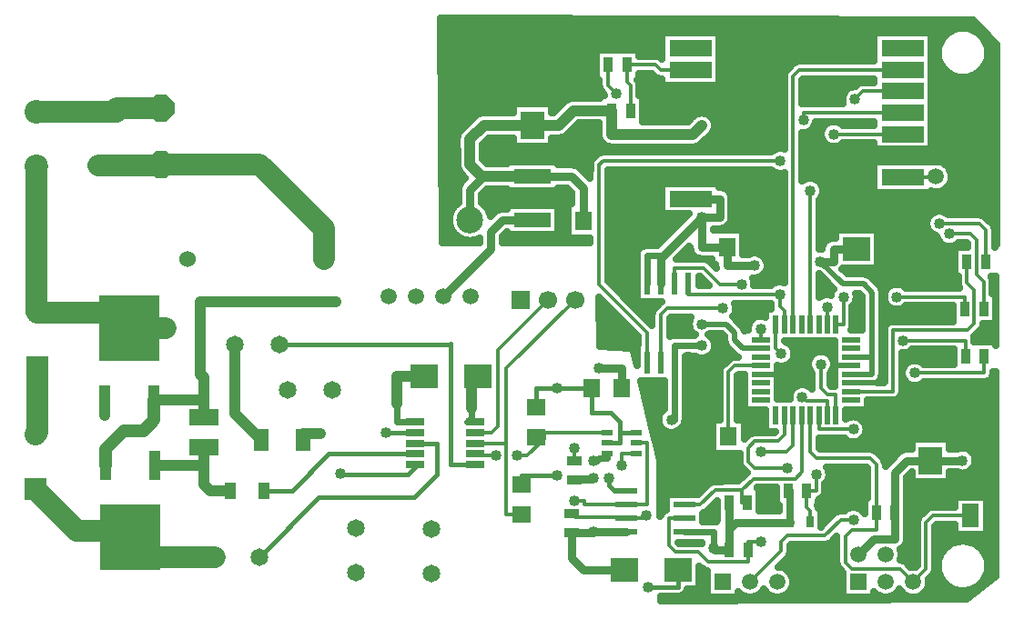
<source format=gbr>
G04 DipTrace 3.2.0.1*
G04 Top.gbr*
%MOMM*%
G04 #@! TF.FileFunction,Copper,L1,Top*
G04 #@! TF.Part,Single*
%AMOUTLINE0*
4,1,8,
1.25,0.51767,
0.51767,1.25,
-0.51767,1.25,
-1.25,0.51767,
-1.25,-0.51767,
-0.51767,-1.25,
0.51767,-1.25,
1.25,-0.51767,
1.25,0.51767,
0*%
G04 #@! TA.AperFunction,Conductor*
%ADD13C,2.0*%
%ADD14C,0.3*%
%ADD15C,0.6*%
%ADD16C,0.8*%
%ADD17C,0.65*%
%ADD18C,0.5*%
%ADD19C,1.0*%
%ADD20C,1.2*%
%ADD21C,0.4*%
G04 #@! TA.AperFunction,CopperBalancing*
%ADD22C,0.635*%
%ADD23R,2.6X2.2*%
%ADD24R,2.2X2.6*%
%ADD25R,1.6X1.8*%
%ADD26R,2.7X1.6*%
%ADD27R,1.8X1.6*%
%ADD29R,0.85X1.4*%
%ADD31R,1.4X2.1*%
G04 #@! TA.AperFunction,ComponentPad*
%ADD32C,2.2*%
%ADD33R,1.5X1.5*%
%ADD34C,1.5*%
%ADD35R,1.7X1.7*%
%ADD36C,1.7*%
%ADD38R,2.032X2.032*%
%ADD39C,2.032*%
%ADD40R,3.4X1.4*%
G04 #@! TA.AperFunction,ComponentPad*
%ADD41C,1.5*%
%ADD43R,1.0X2.75*%
%ADD44R,5.55X6.15*%
%ADD48R,1.4X0.85*%
G04 #@! TA.AperFunction,ComponentPad*
%ADD49C,1.65*%
%ADD50R,1.0X1.5*%
G04 #@! TA.AperFunction,ComponentPad*
%ADD51C,1.524*%
%ADD52C,1.524*%
%ADD53R,1.6X2.18*%
%ADD54R,4.0X1.5*%
%ADD56R,1.7X0.5*%
%ADD57R,0.5X1.7*%
%ADD58R,0.6X2.0*%
%ADD59R,2.0X0.6*%
%ADD61R,1.1X0.6*%
%ADD63R,0.65X1.05*%
%ADD64R,1.75X0.65*%
G04 #@! TA.AperFunction,ComponentPad*
%ADD67C,2.5*%
%ADD68R,2.5X2.5*%
G04 #@! TA.AperFunction,ViaPad*
%ADD69C,1.016*%
G04 #@! TA.AperFunction,ComponentPad*
%ADD150OUTLINE0*%
%FSLAX35Y35*%
G04*
G71*
G90*
G75*
G01*
G04 Top*
%LPD*%
X-5097703Y4837733D2*
D13*
Y4822980D1*
X-5683063D1*
X-5097703Y4837733D2*
X-4186027D1*
X-3587750Y4239457D1*
Y3952873D1*
X1795860Y4715710D2*
D14*
X2101227D1*
X2105953Y4720437D1*
X-735540Y5336813D2*
Y5569273D1*
X-769207Y5602940D1*
Y5761093D1*
X-501847D1*
X-456463Y5715710D1*
X-174140D1*
X-232663Y1790763D2*
D15*
X-414970D1*
Y2211507D1*
X-324970Y2301507D1*
X-102797D1*
X32210Y2854340D2*
X-197977D1*
Y2985997D1*
X1868907Y4043017D2*
D16*
X1579710Y4043020D1*
X445310Y4062933D2*
X445320Y4400720D1*
X-2227703Y5880733D2*
X-2032703D1*
X-1851890Y5699920D1*
X-1646333D1*
X1795860Y4915710D2*
X1450420D1*
X2057560Y2577313D2*
Y2328120D1*
X886030Y943510D2*
D17*
Y1081020D1*
X841983Y1125067D1*
Y1279693D1*
X1316850Y2959350D2*
D18*
X1146880D1*
Y2854340D1*
X-102797Y2301507D2*
D16*
Y2336040D1*
X-485830D1*
X667660Y2854340D2*
D18*
X642650Y2879350D1*
X476850D1*
X1579710Y4043020D2*
Y3906600D1*
X1636860Y3849450D1*
Y2799350D1*
X1316850D1*
X-796620Y4519860D2*
D16*
X-726620D1*
X-675820Y4469060D1*
Y4309057D1*
X-892250D1*
X445320Y4400720D2*
X185330Y4660710D1*
X-655770D1*
X-796620Y4519860D1*
X1457983Y4408283D2*
X1490420Y4440720D1*
X1795860D1*
Y4515710D1*
X1450420Y4915710D2*
X1329620Y4794910D1*
Y4536647D1*
X1457983Y4408283D1*
X2057560Y2328120D2*
X2237560D1*
Y2481720D1*
X2429220D1*
X-70970Y3146000D2*
D15*
X-324977D1*
Y2985997D1*
X-70970Y3347600D2*
D18*
X152830D1*
X232830Y3267600D1*
Y3199350D1*
X312830Y3119350D1*
X476850D1*
X-232663Y1409763D2*
D15*
X34040D1*
Y1258520D1*
X-70970Y5196820D2*
D19*
X-152570Y5115220D1*
X-910540D1*
Y5336813D1*
X-578977Y3725997D2*
D15*
Y3986000D1*
X-451977D1*
Y3725997D1*
X1316850Y3039350D2*
D18*
X1510317D1*
Y3643283D1*
X1431850Y3721750D1*
X1242850D1*
X1032660Y3931940D1*
X-70970Y4343740D2*
D16*
X95860D1*
Y4515710D1*
X-174140D1*
X1510317Y3039350D2*
D18*
Y2879350D1*
X1316850D1*
X-324977Y2985997D2*
D15*
Y2456840D1*
X-354970D1*
X746983Y1509693D2*
D16*
Y1498020D1*
X240913D1*
X180913Y1438020D1*
Y1498020D1*
X178217D1*
Y1685833D1*
X730420Y1793363D2*
D17*
X746983D1*
Y1509693D1*
X180913Y1248000D2*
D16*
Y1438020D1*
X34040Y1258520D2*
X44560Y1248000D1*
X180913D1*
X-1644097Y4725067D2*
X-1282260D1*
X-1172250Y4615057D1*
Y4309057D1*
X-2227700Y5069930D2*
D19*
Y4835070D1*
X-2110497Y4717867D1*
X-2117697Y4725067D1*
X-1644097D1*
X-1646333Y5199920D2*
X-2097710D1*
X-2227700Y5069930D1*
X-910540Y5336813D2*
X-1267197D1*
X-1404090Y5199920D1*
X-1646333D1*
X1727130Y1592193D2*
D16*
Y1344330D1*
X1532063D1*
X1387060Y1199327D1*
X2057560Y2077313D2*
X1837140D1*
X1727130Y1967303D1*
Y1592193D1*
X2353260Y2077310D2*
X2057560Y2077313D1*
X165310Y4062933D2*
Y3892130D1*
X418850D1*
X-70970Y4343740D2*
Y4062933D1*
X165310D1*
X-451977Y3725997D2*
Y3962733D1*
X-70970Y4343740D1*
X1032660Y3931940D2*
X1153460D1*
Y4043017D1*
X1368907D1*
X-2227703Y4317733D2*
Y4600660D1*
X-2110497Y4717867D1*
X476850Y2959350D2*
D14*
X237213D1*
X177203Y2899340D1*
Y2301507D1*
X476860Y3305150D2*
X476850Y3199350D1*
X296580Y3720150D2*
X95740D1*
X-55110Y3871000D1*
X-324977D1*
Y3725997D1*
X1158020Y5115710D2*
X1795860D1*
X2429220Y1561720D2*
X2075070D1*
X2015070Y1501720D1*
Y1065337D1*
X1895060Y945327D1*
X1552130Y1592193D2*
Y2039970D1*
X1492130Y2099970D1*
X996860D1*
X936850Y2159980D1*
Y2499350D1*
X1895060Y945327D2*
X1775057Y1065330D1*
X1327060D1*
X1267060Y1125330D1*
Y1369330D1*
X1327060Y1429330D1*
X1552130D1*
Y1592193D1*
X696850Y3339350D2*
Y3469350D1*
X652840Y3513360D1*
Y3624350D1*
X1354620Y5440710D2*
X1429620Y5515710D1*
X1795860D1*
X652840Y3624350D2*
X-197977D1*
Y3725997D1*
X127030Y3494200D2*
X-391970D1*
X-451977Y3434193D1*
Y2985997D1*
X667660Y3070940D2*
X616850Y3121750D1*
Y3339350D1*
X872660Y5247320D2*
Y5315710D1*
X1795860D1*
Y5715710D2*
X836860D1*
X776850Y5655700D1*
Y3339350D1*
X936850D2*
Y4589507D1*
X659540Y4866817D2*
X199897D1*
X202093Y4869013D1*
X-987250D1*
X-1026723Y4829540D1*
Y3715273D1*
X-578977Y3267527D1*
Y2985997D1*
X479220Y1317200D2*
X355913D1*
Y1248000D1*
X479220Y2159970D2*
X716850D1*
X776850Y2219970D1*
Y2499350D1*
X355913Y1248000D2*
Y1133000D1*
X-14940D1*
X-105550Y1223610D1*
X-317670D1*
X-377670Y1283610D1*
Y1536763D1*
X-232663D1*
Y1663763D2*
X-84867D1*
X52210Y1800840D1*
X302210D1*
X409740Y1908370D1*
X796850D1*
X856850Y1968370D1*
Y2499350D1*
X353217Y1685833D2*
X302210D1*
Y1800840D1*
X-865010Y5490300D2*
X-944207Y5569497D1*
Y5761093D1*
X1036850Y2975140D2*
Y2749350D1*
X1096850Y2689350D1*
X1176850D1*
Y2499350D1*
X-591860Y1567960D2*
Y1544277D1*
X-772663D1*
Y1536763D1*
X-815820Y2034430D2*
Y2145240D1*
X-681630D1*
X-772663Y1536763D2*
Y1551837D1*
X-1244970D1*
X-1272470Y1579337D1*
X-1278757D1*
X-1257030Y1702640D2*
X-1163750D1*
Y1663763D1*
X-772663D1*
X-1257030Y2069413D2*
Y2192720D1*
X-772663Y1663763D2*
X-581620D1*
Y2240240D1*
X-681630D1*
X-5618723Y2035410D2*
D20*
Y2183707D1*
X-5445613Y2356817D1*
X-5262187D1*
X-5166323Y2452680D1*
Y2641157D1*
D19*
X-4703653D1*
Y2849073D1*
X-4732830Y2878250D1*
Y3556000D1*
X-3476627D1*
X-1612163Y2575920D2*
D21*
Y2753980D1*
X-1418590D1*
X-4703653Y2641157D2*
D19*
Y2482213D1*
X-1418590Y1934540D2*
D21*
X-1744957D1*
Y1854537D1*
X-2177927Y2438583D2*
D15*
X-2254470D1*
X-2211640Y2481413D1*
Y2566570D1*
X-569750Y900340D2*
D21*
X-290550D1*
Y1058607D1*
X-936340Y1911570D2*
Y1841563D1*
X-885540Y1790763D1*
X-772663D1*
X-1094383Y2753980D2*
Y2518590D1*
X-916620D1*
X-836620Y2438590D1*
Y2335230D1*
Y2240240D1*
X-951630D1*
X-1418590Y2753980D2*
X-1094383D1*
X-681630Y2335240D2*
X-836620Y2335230D1*
X-2211640Y2566570D2*
D19*
Y2857467D1*
X-2155280D1*
X-1025140Y2934780D2*
D16*
X-814383D1*
Y2753980D1*
X-772663Y1409763D2*
X-1077940Y1409770D1*
Y2075240D2*
D15*
X-1047940D1*
X-1027140Y2096040D1*
X-951630D1*
Y2145240D1*
X-1077940Y1913640D2*
D16*
X-1088740Y1902840D1*
X-1257030D1*
Y1894413D1*
X-1278757Y1404337D2*
Y1168610D1*
X-1168753Y1058607D1*
X-790550D1*
X-1077940Y1409770D2*
X-1083373Y1404337D1*
X-1278757D1*
X-2474510Y3605783D2*
X-2032700Y4047593D1*
Y4205060D1*
X-1922693Y4315067D1*
X-1644097D1*
X727840Y2004170D2*
D14*
X422210D1*
X362210Y2064170D1*
Y2195770D1*
X422210Y2255770D1*
X636850D1*
X696850Y2315770D1*
Y2499350D1*
X936983Y1509693D2*
Y1607200D1*
X905420Y1638763D1*
Y1793363D1*
X992930D1*
Y1944170D1*
X-1986080Y2121090D2*
X-2126647D1*
X-2144140Y2138583D1*
X-2177927D1*
X-1612163Y2295920D2*
X-1539390D1*
Y2335240D1*
Y2276420D1*
X-1694720Y2121090D1*
X-1794480D1*
X-1539390Y2335240D2*
X-951630D1*
X-5622323Y2641157D2*
D19*
Y2495010D1*
X-5162723Y2035410D2*
X-4703653D1*
Y1857593D1*
X-4643650Y1797590D1*
X-4461167D1*
X-4703653Y2035410D2*
Y2202213D1*
X-4141167Y1797590D2*
D21*
X-3880887D1*
X-3539893Y2138583D1*
X-2737927D1*
X-3431060Y1952383D2*
X-3436887Y1946557D1*
X-2807073D1*
X-2737927Y2015703D1*
Y2038583D1*
X-4189770Y1179333D2*
X-3637133Y1731970D1*
X-2750397D1*
X-2538493Y1943873D1*
Y2238583D1*
X-2737927D1*
X-5394323Y3311157D2*
D13*
X-5057960D1*
Y3306787D1*
X-6251100Y3453570D2*
X-5394323D1*
Y3311157D1*
X-6262247Y4820837D2*
Y3464717D1*
X-6251100Y3453570D1*
X-4604770Y1179333D2*
X-5376067D1*
X-5390723Y1193990D1*
Y1365410D1*
X-6271043Y1809323D2*
X-5887027Y1425307D1*
X-5390723D1*
Y1365410D1*
X-3998250Y3159123D2*
D21*
X-2410777D1*
X-2404730Y3165173D1*
Y2038583D1*
X-2177927D1*
X-2737927Y2438583D2*
D15*
X-2909707D1*
Y2610733D1*
D19*
Y2857467D1*
X-2655280D1*
X1338480Y2366520D2*
D14*
X1016850D1*
Y2499350D1*
X1338480Y1525130D2*
X1221030D1*
X1073100Y1377200D1*
X727840D1*
X667840Y1317200D1*
Y1233320D1*
X378030Y943510D1*
X-3010203Y2334980D2*
D21*
Y2338583D1*
X-2737927D1*
X-3620110Y2325210D2*
D19*
X-3778250D1*
Y2270123D1*
X-1744957Y1574537D2*
D14*
X-1890280D1*
Y2238580D1*
Y2933920D1*
X-1252540Y3571660D1*
X-2177927Y2238583D2*
X-1890280Y2238580D1*
X-1506540Y3571660D2*
X-1970280Y3107920D1*
Y2398590D1*
X-2030287Y2338583D1*
X-2177927D1*
X-5513063Y5322980D2*
D13*
Y5360733D1*
X-5097703D1*
X-6262247Y5328837D2*
X-5518920D1*
X-5513063Y5322980D1*
X2136660Y4283520D2*
D14*
X2510040D1*
X2570047Y4223513D1*
Y3928073D1*
X2232460Y4187720D2*
X2422537D1*
X2482547Y4127710D1*
Y3811130D1*
X2549913Y3743763D1*
Y3490313D1*
X1910740Y2892450D2*
X2555643D1*
Y3043727D1*
X2395047Y3928073D2*
Y3730443D1*
X2462413Y3663077D1*
Y3350330D1*
X2402413Y3290330D1*
X1706860D1*
Y2719350D1*
X1316850D1*
X1742660Y3600950D2*
X2374913D1*
Y3490313D1*
X1246860Y3600950D2*
Y3339350D1*
X1176850D1*
X1802660Y3194530D2*
X2380643D1*
Y3043727D1*
X1096850Y3339350D2*
Y3505150D1*
X863460Y2665160D2*
X899270Y2629350D1*
X1096850D1*
Y2499350D1*
X-4413250Y3159123D2*
D19*
Y2515140D1*
X-4168237Y2270123D1*
X-6251100Y2945570D2*
D13*
Y2337267D1*
X-6271043Y2317323D1*
D69*
X936850Y4589507D3*
X659540Y4866817D3*
X-3476627Y3556000D3*
X-5622323Y2495010D3*
X-5162723Y2035410D3*
X-485830Y2336040D3*
X667660Y2854340D3*
X32210D3*
X-796620Y4519860D3*
X1450420Y4915710D3*
X2057560Y2328120D3*
X1457983Y4408283D3*
X1579710Y4043020D3*
X445320Y4400720D3*
X1146880Y2854340D3*
X-354970Y2456840D3*
X-70970Y3146000D3*
Y3347600D3*
X34040Y1258520D3*
X2353260Y2077310D3*
X-70970Y5196820D3*
Y4343740D3*
X418850Y3892130D3*
X1032660Y3931940D3*
X-2227700Y5069930D3*
X476860Y3305150D3*
X296580Y3720150D3*
X1158020Y5115710D3*
X1354620Y5440710D3*
X652840Y3624350D3*
X127030Y3494200D3*
X667660Y3070940D3*
X872660Y5247320D3*
X479220Y1317200D3*
Y2159970D3*
X-865010Y5490300D3*
X1036850Y2975140D3*
X-591860Y1567960D3*
X-815820Y2034430D3*
X-1257030Y1702640D3*
Y2192720D3*
X-1418590Y1934540D3*
X-569750Y900340D3*
X-936340Y1911570D3*
X-1418590Y2753980D3*
X-2211640Y2566570D3*
X-1025140Y2934780D3*
X-1077940Y2075240D3*
Y1409770D3*
Y1913640D3*
X727840Y2004170D3*
X992930Y1944170D3*
X-1986080Y2121090D3*
X-1794480D3*
X-5162723Y2035410D3*
X-3431060Y1952383D3*
X-5057960Y3306787D3*
X-2909707Y2610733D3*
X1338480Y2366520D3*
Y1525130D3*
X-3010203Y2334980D3*
X-3620110Y2325210D3*
X2136660Y4283520D3*
X2232460Y4187720D3*
X1910740Y2892450D3*
X1742660Y3600950D3*
X1246860D3*
X1802660Y3194530D3*
X1096850Y3505150D3*
X863460Y2665160D3*
X-2492483Y6133157D2*
D22*
X2490973D1*
X-2492210Y6069990D2*
X2227017D1*
X2488727D2*
X2550767D1*
X-2491847Y6006823D2*
X-447750D1*
X99520D2*
X1522187D1*
X2069457D2*
X2161117D1*
X2554627D2*
X2610467D1*
X-2491573Y5943657D2*
X-447750D1*
X99520D2*
X1522187D1*
X2069457D2*
X2130130D1*
X2585707D2*
X2664790D1*
X-2491207Y5880490D2*
X-1060340D1*
X-653070D2*
X-447750D1*
X99520D2*
X1522187D1*
X2069457D2*
X2119557D1*
X2596280D2*
X2664700D1*
X-2490843Y5817323D2*
X-1060340D1*
X99520D2*
X1522187D1*
X2069457D2*
X2126573D1*
X2589260D2*
X2664517D1*
X-2490570Y5754157D2*
X-1060340D1*
X99520D2*
X752550D1*
X2069457D2*
X2152917D1*
X2562920D2*
X2664427D1*
X-2490207Y5690990D2*
X-1060340D1*
X99520D2*
X696130D1*
X2069457D2*
X2208970D1*
X2506773D2*
X2664333D1*
X-2489933Y5627823D2*
X-1060340D1*
X-653070D2*
X-447750D1*
X99520D2*
X688200D1*
X871710D2*
X1522187D1*
X2069457D2*
X2664153D1*
X-2489567Y5564657D2*
X-1032723D1*
X-646873D2*
X688200D1*
X865510D2*
X1355843D1*
X2069457D2*
X2664060D1*
X-2489293Y5501490D2*
X-998907D1*
X-646873D2*
X688200D1*
X865510D2*
X1247017D1*
X2069457D2*
X2663970D1*
X-2488930Y5438323D2*
X-1332320D1*
X-619437D2*
X688200D1*
X865510D2*
X1230247D1*
X2069457D2*
X2663787D1*
X-2488657Y5375157D2*
X-1829977D1*
X-1462717D2*
X-1401043D1*
X-619437D2*
X688200D1*
X2069457D2*
X2663697D1*
X-2488290Y5311990D2*
X-2138687D1*
X-619437D2*
X-103400D1*
X-38563D2*
X688200D1*
X2069457D2*
X2663513D1*
X-2487927Y5248823D2*
X-2220990D1*
X-619437D2*
X-191173D1*
X41370D2*
X688200D1*
X2069457D2*
X2663423D1*
X-2487653Y5185657D2*
X-2284157D1*
X-1246157D2*
X-1034180D1*
X52947D2*
X688200D1*
X979717D2*
X1056523D1*
X2069457D2*
X2663333D1*
X-2487290Y5122490D2*
X-2339753D1*
X-1309320D2*
X-1034180D1*
X27150D2*
X688200D1*
X865510D2*
X1033737D1*
X2069457D2*
X2663150D1*
X-2487017Y5059323D2*
X-2351693D1*
X-2066103D2*
X-1829977D1*
X-1462717D2*
X-1019963D1*
X-36287D2*
X688200D1*
X865510D2*
X1047953D1*
X2069457D2*
X2663057D1*
X-2486650Y4996157D2*
X-2351330D1*
X-2104020D2*
X688200D1*
X865510D2*
X1522187D1*
X2069457D2*
X2662877D1*
X-2486377Y4932990D2*
X-2351330D1*
X-2104020D2*
X-1045393D1*
X865510D2*
X2662783D1*
X-2486013Y4869823D2*
X-2351330D1*
X-2090257D2*
X-1104820D1*
X865510D2*
X2662693D1*
X-2485740Y4806657D2*
X-2347867D1*
X-1206233D2*
X-1115393D1*
X865510D2*
X1522187D1*
X2225497D2*
X2662510D1*
X-2485373Y4743490D2*
X-2308310D1*
X-1142613D2*
X-1115393D1*
X-938083D2*
X688200D1*
X865510D2*
X1522187D1*
X2252750D2*
X2662420D1*
X-2485010Y4680323D2*
X-2306120D1*
X-938083D2*
X688200D1*
X1018637D2*
X1522187D1*
X2248830D2*
X2662330D1*
X-2484737Y4617157D2*
X-2340027D1*
X-1400467D2*
X-1332410D1*
X-938083D2*
X-447750D1*
X137163D2*
X688200D1*
X1058010D2*
X1522187D1*
X2210187D2*
X2662147D1*
X-2484373Y4553990D2*
X-2341303D1*
X-2114047D2*
X-1285927D1*
X-938083D2*
X-447750D1*
X202423D2*
X688200D1*
X1055823D2*
X2662057D1*
X-2484100Y4490823D2*
X-2341303D1*
X-2114047D2*
X-1285927D1*
X-938083D2*
X-447750D1*
X209533D2*
X688200D1*
X1025473D2*
X2661873D1*
X-2483733Y4427657D2*
X-2391800D1*
X-2063550D2*
X-1887763D1*
X-1400467D2*
X-1325847D1*
X-938083D2*
X-447750D1*
X209533D2*
X688200D1*
X1025473D2*
X2661783D1*
X-2483460Y4364490D2*
X-2420600D1*
X-1400467D2*
X-1325847D1*
X-938083D2*
X-208310D1*
X209533D2*
X688200D1*
X1025473D2*
X2044360D1*
X2531020D2*
X2661690D1*
X-2483097Y4301323D2*
X-2425613D1*
X-1400467D2*
X-1325847D1*
X-938083D2*
X-271473D1*
X200783D2*
X688200D1*
X1025473D2*
X2013553D1*
X2614963D2*
X2661510D1*
X-2482823Y4238157D2*
X-2409117D1*
X-1400467D2*
X-1325847D1*
X-938083D2*
X-334637D1*
X121307D2*
X688200D1*
X1025473D2*
X2021300D1*
X-2482457Y4174990D2*
X-2362907D1*
X-1904683D2*
X-1325847D1*
X-938083D2*
X-397800D1*
X318910D2*
X688200D1*
X1025473D2*
X1165260D1*
X1572530D2*
X2083737D1*
X-2482093Y4111823D2*
X-2146343D1*
X-1919087D2*
X-1115393D1*
X-938083D2*
X-460967D1*
X318910D2*
X688200D1*
X1025473D2*
X1064817D1*
X1572530D2*
X2135597D1*
X-938083Y4048657D2*
X-659753D1*
X-208003D2*
X-183700D1*
X318910D2*
X688200D1*
X1572530D2*
X2278880D1*
X-938083Y3985490D2*
X-682633D1*
X-271170D2*
X-151617D1*
X497557D2*
X688200D1*
X1572530D2*
X2278880D1*
X-938083Y3922323D2*
X-682633D1*
X539390D2*
X688200D1*
X1572530D2*
X2278880D1*
X-938083Y3859157D2*
X-682633D1*
X538570D2*
X688200D1*
X1242307D2*
X2278880D1*
X-938083Y3795990D2*
X-682633D1*
X493817D2*
X688200D1*
X1493050D2*
X2278880D1*
X-921587Y3732823D2*
X-682633D1*
X-94347D2*
X-39690D1*
X420353D2*
X599790D1*
X1025473D2*
X1094893D1*
X1557673D2*
X2306403D1*
X2638570D2*
X2660417D1*
X-858420Y3669657D2*
X-682633D1*
X1025473D2*
X1144477D1*
X1605067D2*
X1640310D1*
X2638570D2*
X2660323D1*
X-795257Y3606490D2*
X-682633D1*
X1371187D2*
X1410260D1*
X-1017380Y3543323D2*
X-977490D1*
X-732093D2*
X-465613D1*
X1356330D2*
X1411717D1*
X1608987D2*
X1633200D1*
X-1016377Y3480157D2*
X-914323D1*
X-668837D2*
X-526590D1*
X250640D2*
X518213D1*
X1335460D2*
X1411717D1*
X1608987D2*
X2258737D1*
X-1015373Y3416990D2*
X-851160D1*
X-605673D2*
X-540627D1*
X222750D2*
X432630D1*
X1335460D2*
X1411717D1*
X1608987D2*
X2258737D1*
X-1014373Y3353823D2*
X-787997D1*
X-363317D2*
X-195277D1*
X283453D2*
X362903D1*
X1335460D2*
X1411717D1*
X1608987D2*
X1648150D1*
X-1013370Y3290657D2*
X-724833D1*
X-363317D2*
X-180783D1*
X2525460D2*
X2659503D1*
X-1012457Y3227490D2*
X-667593D1*
X20863D2*
X134217D1*
X2462387D2*
X2659413D1*
X-1011457Y3164323D2*
X-667593D1*
X52033D2*
X141053D1*
X746293D2*
X1158240D1*
X-702927Y3101157D2*
X-682633D1*
X44650D2*
X194190D1*
X788127D2*
X1158240D1*
X1881330D2*
X2264477D1*
X-221313Y3037990D2*
X-125093D1*
X-16873D2*
X206587D1*
X787400D2*
X930557D1*
X1795473D2*
X2264477D1*
X-221313Y2974823D2*
X129933D1*
X742647D2*
X912420D1*
X1795473D2*
X1819777D1*
X2001733D2*
X2264477D1*
X-221313Y2911657D2*
X89463D1*
X635460D2*
X930923D1*
X-221313Y2848490D2*
X88553D1*
X265863D2*
X318240D1*
X635460D2*
X948240D1*
X1125460D2*
X1158240D1*
X2631553D2*
X2658683D1*
X-625910Y2785323D2*
X-428610D1*
X-221313D2*
X88553D1*
X265863D2*
X318240D1*
X635460D2*
X948240D1*
X1125460D2*
X1158240D1*
X1795473D2*
X1854687D1*
X1966827D2*
X2658500D1*
X-610597Y2722157D2*
X-428610D1*
X-221313D2*
X88553D1*
X265863D2*
X318240D1*
X635460D2*
X753643D1*
X1795473D2*
X2658410D1*
X-595193Y2658990D2*
X-428610D1*
X-221313D2*
X88553D1*
X265863D2*
X318240D1*
X635460D2*
X739153D1*
X1769130D2*
X2658320D1*
X-579790Y2595823D2*
X-428610D1*
X-221313D2*
X88553D1*
X265863D2*
X318240D1*
X1475460D2*
X2658137D1*
X-564477Y2532657D2*
X-451850D1*
X-221313D2*
X88553D1*
X265863D2*
X518213D1*
X1275483D2*
X2658047D1*
X-548890Y2469490D2*
X-478740D1*
X-221313D2*
X88553D1*
X265863D2*
X518213D1*
X1402633D2*
X2657863D1*
X-533397Y2406323D2*
X-468073D1*
X-235440D2*
X23567D1*
X330850D2*
X518213D1*
X1456043D2*
X2657773D1*
X-517810Y2343157D2*
X-393243D1*
X-316650D2*
X23567D1*
X330850D2*
X601523D1*
X1460603D2*
X2657680D1*
X-502313Y2279990D2*
X23567D1*
X1025473D2*
X1251757D1*
X1425237D2*
X2657500D1*
X-486820Y2216823D2*
X23567D1*
X1025473D2*
X1873917D1*
X2241173D2*
X2657407D1*
X-471233Y2153657D2*
X23567D1*
X1561137D2*
X1755427D1*
X2449717D2*
X2657223D1*
X-455740Y2090490D2*
X273580D1*
X1623480D2*
X1692263D1*
X2476970D2*
X2657133D1*
X-452093Y2027323D2*
X282237D1*
X2466580D2*
X2657043D1*
X-452003Y1964157D2*
X339477D1*
X1115707D2*
X1463487D1*
X2241173D2*
X2313150D1*
X2393390D2*
X2656860D1*
X-451910Y1900990D2*
X279593D1*
X1109233D2*
X1463487D1*
X1840770D2*
X1873917D1*
X2241173D2*
X2656770D1*
X-451820Y1837823D2*
X-33490D1*
X1081527D2*
X1463487D1*
X1840770D2*
X2656677D1*
X-451820Y1774657D2*
X-96657D1*
X469390D2*
X614283D1*
X1079430D2*
X1463487D1*
X1840770D2*
X2656497D1*
X-451730Y1711490D2*
X-406277D1*
X469390D2*
X614283D1*
X1021553D2*
X1435963D1*
X1843233D2*
X2275597D1*
X2582880D2*
X2656403D1*
X-451637Y1648323D2*
X-406277D1*
X22413D2*
X62120D1*
X469390D2*
X640807D1*
X1014627D2*
X1435963D1*
X1843233D2*
X2275597D1*
X2582880D2*
X2656223D1*
X-54150Y1585157D2*
X62120D1*
X1043153D2*
X1158423D1*
X1843233D2*
X1975820D1*
X2582880D2*
X2656130D1*
X-58980Y1521990D2*
X64583D1*
X1043153D2*
X1095167D1*
X1843233D2*
X1928970D1*
X2582880D2*
X2656040D1*
X1843233Y1458823D2*
X1926417D1*
X2103727D2*
X2275597D1*
X2582880D2*
X2655857D1*
X1840770Y1395657D2*
X1926417D1*
X2103727D2*
X2275597D1*
X2582880D2*
X2655767D1*
X1151163Y1332490D2*
X1178407D1*
X1840133D2*
X1926417D1*
X2103727D2*
X2655677D1*
X756500Y1269323D2*
X1178383D1*
X1810237D2*
X1926417D1*
X2103727D2*
X2198853D1*
X2515523D2*
X2655493D1*
X751853Y1206157D2*
X1178383D1*
X1789547D2*
X1926417D1*
X2103727D2*
X2147720D1*
X2566657D2*
X2655403D1*
X700263Y1142990D2*
X1178383D1*
X1808597D2*
X1926417D1*
X2103727D2*
X2124080D1*
X2590353D2*
X2655220D1*
X679210Y1079823D2*
X1192147D1*
X2595187D2*
X2655130D1*
X-86873Y1016657D2*
X-24650D1*
X760420D2*
X1238450D1*
X2087777D2*
X2132043D1*
X2582423D2*
X2655037D1*
X-86873Y953490D2*
X-24650D1*
X780290D2*
X1238450D1*
X2043480D2*
X2166130D1*
X2548337D2*
X2600533D1*
X-86873Y890323D2*
X-24650D1*
X770353D2*
X1238450D1*
X2032633D2*
X2239503D1*
X2474873D2*
X2520507D1*
X-236623Y827157D2*
X-24650D1*
X466293D2*
X543737D1*
X720317D2*
X1238450D1*
X1535707D2*
X1555453D1*
X1726657D2*
X1809477D1*
X1980680D2*
X2440570D1*
X1194950Y4220307D2*
X1566197D1*
Y3865727D1*
X1237797D1*
X1235023Y3862237D1*
X1246410Y3848707D1*
X1281020Y3814097D1*
X1439090Y3813757D1*
X1453393Y3811490D1*
X1467167Y3807017D1*
X1480070Y3800440D1*
X1491787Y3791927D1*
X1575577Y3708543D1*
X1584980Y3697530D1*
X1592547Y3685183D1*
X1598090Y3671803D1*
X1601470Y3657720D1*
X1602607Y3643257D1*
X1602323Y2872110D1*
X1600057Y2857807D1*
X1595583Y2844033D1*
X1589007Y2831130D1*
X1580493Y2819413D1*
X1570253Y2809173D1*
X1564540Y2804670D1*
X1573517Y2801640D1*
X1624650D1*
X1624823Y3296787D1*
X1626843Y3309540D1*
X1630833Y3321820D1*
X1636697Y3333327D1*
X1644287Y3343773D1*
X1653417Y3352903D1*
X1663863Y3360493D1*
X1675370Y3366357D1*
X1687650Y3370347D1*
X1700403Y3372367D1*
X1870193Y3372620D1*
X2265127D1*
X2265123Y3518633D1*
X1827400Y3518660D1*
X1812070Y3505413D1*
X1796273Y3495730D1*
X1779153Y3488640D1*
X1761133Y3484313D1*
X1742660Y3482860D1*
X1724187Y3484313D1*
X1706167Y3488640D1*
X1689047Y3495730D1*
X1673250Y3505413D1*
X1659157Y3517447D1*
X1647123Y3531540D1*
X1637440Y3547337D1*
X1630350Y3564457D1*
X1626023Y3582477D1*
X1624570Y3600950D1*
X1626023Y3619423D1*
X1630350Y3637443D1*
X1637440Y3654563D1*
X1647123Y3670360D1*
X1659157Y3684453D1*
X1673250Y3696487D1*
X1689047Y3706170D1*
X1706167Y3713260D1*
X1724187Y3717587D1*
X1742660Y3719040D1*
X1761133Y3717587D1*
X1779153Y3713260D1*
X1796273Y3706170D1*
X1812070Y3696487D1*
X1827270Y3683257D1*
X2327727Y3683240D1*
X2321727Y3693083D1*
X2316783Y3705013D1*
X2313770Y3717570D1*
X2312757Y3730470D1*
Y3790873D1*
X2285257Y3790783D1*
Y4065363D1*
X2400193D1*
X2400257Y4093590D1*
X2388460Y4105420D1*
X2317080Y4105430D1*
X2301870Y4092183D1*
X2286073Y4082500D1*
X2268953Y4075410D1*
X2250933Y4071083D1*
X2232460Y4069630D1*
X2213987Y4071083D1*
X2195967Y4075410D1*
X2178847Y4082500D1*
X2163050Y4092183D1*
X2148957Y4104217D1*
X2136923Y4118310D1*
X2127240Y4134107D1*
X2120150Y4151227D1*
X2116227Y4167223D1*
X2100167Y4171210D1*
X2083047Y4178300D1*
X2067250Y4187983D1*
X2053157Y4200017D1*
X2041123Y4214110D1*
X2031440Y4229907D1*
X2024350Y4247027D1*
X2020023Y4265047D1*
X2018570Y4283520D1*
X2020023Y4301993D1*
X2024350Y4320013D1*
X2031440Y4337133D1*
X2041123Y4352930D1*
X2053157Y4367023D1*
X2067250Y4379057D1*
X2083047Y4388740D1*
X2100167Y4395830D1*
X2118187Y4400157D1*
X2136660Y4401610D1*
X2155133Y4400157D1*
X2173153Y4395830D1*
X2190273Y4388740D1*
X2206070Y4379057D1*
X2221270Y4365827D1*
X2516497Y4365557D1*
X2529250Y4363537D1*
X2541530Y4359547D1*
X2553037Y4353683D1*
X2563483Y4346093D1*
X2628233Y4281700D1*
X2636620Y4271883D1*
X2643367Y4260873D1*
X2648310Y4248943D1*
X2651323Y4236387D1*
X2652337Y4223513D1*
Y4065377D1*
X2667457Y4084427D1*
X2671167Y5949360D1*
X2449113Y6184120D1*
X-2499100Y6196247D1*
X-2488447Y4103567D1*
X-2140047Y4103500D1*
X-2140407Y4146403D1*
X-2154117Y4140080D1*
X-2168283Y4134853D1*
X-2182813Y4130757D1*
X-2197623Y4127810D1*
X-2212617Y4126037D1*
X-2227703Y4125443D1*
X-2242790Y4126037D1*
X-2257783Y4127810D1*
X-2272593Y4130757D1*
X-2287123Y4134853D1*
X-2301290Y4140080D1*
X-2315000Y4146403D1*
X-2328173Y4153780D1*
X-2340730Y4162167D1*
X-2352587Y4171513D1*
X-2363673Y4181763D1*
X-2373923Y4192850D1*
X-2383270Y4204707D1*
X-2391657Y4217263D1*
X-2399033Y4230437D1*
X-2405357Y4244147D1*
X-2410583Y4258313D1*
X-2414680Y4272843D1*
X-2417627Y4287653D1*
X-2419400Y4302647D1*
X-2419993Y4317733D1*
X-2419400Y4332820D1*
X-2417627Y4347813D1*
X-2414680Y4362623D1*
X-2410583Y4377153D1*
X-2405357Y4391320D1*
X-2399033Y4405030D1*
X-2391657Y4418203D1*
X-2383270Y4430760D1*
X-2373923Y4442617D1*
X-2363673Y4453703D1*
X-2352587Y4463953D1*
X-2334990Y4477133D1*
X-2334663Y4609077D1*
X-2332030Y4625707D1*
X-2326827Y4641717D1*
X-2319183Y4656720D1*
X-2309287Y4670340D1*
X-2269347Y4710750D1*
X-2316887Y4758897D1*
X-2327707Y4773787D1*
X-2336063Y4790183D1*
X-2341750Y4807690D1*
X-2344630Y4825867D1*
X-2344990Y4905070D1*
X-2345427Y5060663D1*
Y5079197D1*
X-2342527Y5097497D1*
X-2336800Y5115120D1*
X-2328387Y5131633D1*
X-2317497Y5146623D1*
X-2304393Y5159727D1*
X-2294137Y5169367D1*
X-2173883Y5289107D1*
X-2158993Y5299927D1*
X-2142597Y5308283D1*
X-2125090Y5313970D1*
X-2106913Y5316850D1*
X-2027710Y5317210D1*
X-1823633D1*
X-1823623Y5397210D1*
X-1469043D1*
Y5317273D1*
X-1452650Y5317210D1*
X-1343370Y5426000D1*
X-1328480Y5436820D1*
X-1312083Y5445177D1*
X-1294577Y5450863D1*
X-1276400Y5453743D1*
X-1197197Y5454103D1*
X-1020283D1*
X-1020330Y5474103D1*
X-981957D1*
X-983037Y5491930D1*
X-1006780Y5516053D1*
X-1014370Y5526500D1*
X-1020233Y5538007D1*
X-1024223Y5550287D1*
X-1026243Y5563040D1*
X-1026497Y5623730D1*
X-1053997Y5623803D1*
Y5898383D1*
X-659417D1*
Y5843420D1*
X-495390Y5843130D1*
X-482637Y5841110D1*
X-470357Y5837120D1*
X-458850Y5831257D1*
X-448403Y5823667D1*
X-441403Y5817027D1*
X-441430Y6058000D1*
X93150D1*
Y5573420D1*
X-441430D1*
Y5633483D1*
X-462920Y5633673D1*
X-475673Y5635693D1*
X-487953Y5639683D1*
X-499460Y5645547D1*
X-509907Y5653137D1*
X-535983Y5678853D1*
X-659437Y5678803D1*
X-659417Y5623803D1*
X-673907D1*
X-665377Y5612270D1*
X-659513Y5600763D1*
X-655523Y5588483D1*
X-653503Y5575730D1*
X-653250Y5474027D1*
X-625750Y5474103D1*
Y5232477D1*
X-201153Y5232510D1*
X-160767Y5273513D1*
X-147663Y5286617D1*
X-132673Y5297507D1*
X-116160Y5305920D1*
X-98537Y5311647D1*
X-80237Y5314547D1*
X-61703D1*
X-43403Y5311647D1*
X-25780Y5305920D1*
X-9267Y5297507D1*
X5723Y5286617D1*
X18827Y5273513D1*
X29717Y5258523D1*
X38130Y5242010D1*
X43857Y5224387D1*
X46757Y5206087D1*
Y5187553D1*
X43857Y5169253D1*
X38130Y5151630D1*
X29717Y5135117D1*
X18827Y5120127D1*
X5723Y5107023D1*
X-4533Y5097383D1*
X-76397Y5026033D1*
X-91287Y5015213D1*
X-107687Y5006857D1*
X-125190Y5001170D1*
X-143367Y4998290D1*
X-222570Y4997930D1*
X-919743Y4998290D1*
X-937920Y5001170D1*
X-955423Y5006857D1*
X-971823Y5015213D1*
X-986713Y5026033D1*
X-999727Y5039047D1*
X-1010547Y5053937D1*
X-1018903Y5070337D1*
X-1024590Y5087840D1*
X-1027470Y5106017D1*
X-1027830Y5185220D1*
Y5219583D1*
X-1218703Y5219523D1*
X-1327917Y5110733D1*
X-1342807Y5099913D1*
X-1359203Y5091557D1*
X-1376710Y5085870D1*
X-1394887Y5082990D1*
X-1469077Y5082630D1*
X-1469043Y5002630D1*
X-1823623D1*
Y5082563D1*
X-2049107Y5082630D1*
X-2110353Y5021403D1*
X-2110410Y4883720D1*
X-2069163Y4842407D1*
X-1881357Y4842357D1*
X-1881387Y4862357D1*
X-1406807D1*
Y4832370D1*
X-1273843Y4832027D1*
X-1257213Y4829393D1*
X-1241203Y4824190D1*
X-1226200Y4816547D1*
X-1212580Y4806650D1*
X-1140397Y4734937D1*
X-1109010Y4703550D1*
X-1108760Y4835997D1*
X-1106740Y4848750D1*
X-1102750Y4861030D1*
X-1096887Y4872537D1*
X-1089297Y4882983D1*
X-1045437Y4927200D1*
X-1035620Y4935587D1*
X-1024610Y4942333D1*
X-1012680Y4947277D1*
X-1000123Y4950290D1*
X-987223Y4951303D1*
X208550Y4951050D1*
X223230Y4949107D1*
X574780D1*
X590130Y4962353D1*
X605927Y4972037D1*
X623047Y4979127D1*
X641067Y4983453D1*
X659540Y4984907D1*
X678013Y4983453D1*
X694533Y4979550D1*
X694813Y5662157D1*
X696833Y5674910D1*
X700823Y5687190D1*
X706687Y5698697D1*
X714277Y5709143D1*
X778673Y5773897D1*
X788490Y5782283D1*
X799500Y5789030D1*
X811430Y5793973D1*
X823987Y5796987D1*
X836887Y5798000D1*
X1528567D1*
X1528570Y6058000D1*
X2063150D1*
Y5173420D1*
Y4973420D1*
X1528570D1*
Y5033483D1*
X1242697Y5033420D1*
X1227430Y5020173D1*
X1211633Y5010490D1*
X1194513Y5003400D1*
X1176493Y4999073D1*
X1158020Y4997620D1*
X1139547Y4999073D1*
X1121527Y5003400D1*
X1104407Y5010490D1*
X1088610Y5020173D1*
X1074517Y5032207D1*
X1062483Y5046300D1*
X1052800Y5062097D1*
X1045710Y5079217D1*
X1041383Y5097237D1*
X1039930Y5115710D1*
X1041383Y5134183D1*
X1045710Y5152203D1*
X1052800Y5169323D1*
X1062483Y5185120D1*
X1074517Y5199213D1*
X1088610Y5211247D1*
X1104407Y5220930D1*
X1121527Y5228020D1*
X1139547Y5232347D1*
X1148647Y5233423D1*
X989857Y5233420D1*
X987487Y5219753D1*
X981760Y5202130D1*
X973347Y5185617D1*
X962457Y5170627D1*
X949353Y5157523D1*
X934363Y5146633D1*
X917850Y5138220D1*
X900227Y5132493D1*
X881927Y5129593D1*
X863393D1*
X859113Y5130100D1*
X859140Y4678343D1*
X875147Y4690193D1*
X891660Y4698607D1*
X909283Y4704333D1*
X927583Y4707233D1*
X946117D1*
X964417Y4704333D1*
X982040Y4698607D1*
X998553Y4690193D1*
X1013543Y4679303D1*
X1026647Y4666200D1*
X1037537Y4651210D1*
X1045950Y4634697D1*
X1051677Y4617073D1*
X1054577Y4598773D1*
Y4580240D1*
X1051677Y4561940D1*
X1045950Y4544317D1*
X1037537Y4527803D1*
X1026647Y4512813D1*
X1019157Y4504897D1*
X1019140Y4049287D1*
X1032660Y4050030D1*
X1046350Y4049143D1*
X1049133Y4068063D1*
X1054337Y4084073D1*
X1061980Y4099077D1*
X1071877Y4112697D1*
X1083780Y4124600D1*
X1097400Y4134497D1*
X1112403Y4142140D1*
X1128413Y4147343D1*
X1145043Y4149977D1*
X1171597Y4150307D1*
X1171617Y4220307D1*
X1194950D1*
X1903603Y2274603D2*
X2234850D1*
Y2184643D1*
X2303930Y2184600D1*
X2316767Y2189620D1*
X2334787Y2193947D1*
X2353260Y2195400D1*
X2371733Y2193947D1*
X2389753Y2189620D1*
X2406873Y2182530D1*
X2422670Y2172847D1*
X2436763Y2160813D1*
X2448797Y2146720D1*
X2458480Y2130923D1*
X2465570Y2113803D1*
X2469897Y2095783D1*
X2471350Y2077310D1*
X2469897Y2058837D1*
X2465570Y2040817D1*
X2458480Y2023697D1*
X2448797Y2007900D1*
X2436763Y1993807D1*
X2422670Y1981773D1*
X2406873Y1972090D1*
X2389753Y1965000D1*
X2371733Y1960673D1*
X2353260Y1959220D1*
X2334787Y1960673D1*
X2316767Y1965000D1*
X2304153Y1970013D1*
X2234860Y1970020D1*
X2234850Y1880023D1*
X1880270D1*
X1880007Y1968450D1*
X1834440Y1922883D1*
X1834420Y1729503D1*
X1836920Y1729483D1*
Y1454903D1*
X1834460D1*
X1834090Y1335913D1*
X1831457Y1319283D1*
X1826253Y1303273D1*
X1818610Y1288270D1*
X1808713Y1274650D1*
X1796810Y1262747D1*
X1783190Y1252850D1*
X1775810Y1248720D1*
X1776387Y1243297D1*
X1781597Y1221587D1*
X1783350Y1199327D1*
X1781597Y1177067D1*
X1776387Y1155357D1*
X1773530Y1147617D1*
X1787930Y1146607D1*
X1800487Y1143593D1*
X1812417Y1138650D1*
X1823427Y1131903D1*
X1833263Y1123500D1*
X1871207Y1085557D1*
X1883897Y1087177D1*
X1906223D1*
X1918903Y1085550D1*
X1932837Y1099480D1*
X1933033Y1508177D1*
X1935053Y1520930D1*
X1939043Y1533210D1*
X1944907Y1544717D1*
X1952497Y1555163D1*
X2016887Y1619910D1*
X2026707Y1628297D1*
X2037717Y1635043D1*
X2049647Y1639983D1*
X2062203Y1642997D1*
X2075100Y1644010D1*
X2281883D1*
X2281930Y1738010D1*
X2576510D1*
Y1385430D1*
X2281930D1*
Y1479400D1*
X2109207Y1479430D1*
X2097360Y1467633D1*
X2097107Y1058880D1*
X2095087Y1046127D1*
X2091097Y1033847D1*
X2085233Y1022340D1*
X2077643Y1011893D1*
X2035297Y969187D1*
X2036910Y956490D1*
Y934163D1*
X2033420Y912110D1*
X2026520Y890873D1*
X2016383Y870980D1*
X2003257Y852917D1*
X1987470Y837130D1*
X1969407Y824003D1*
X1949513Y813867D1*
X1928277Y806967D1*
X1906223Y803477D1*
X1883897D1*
X1861843Y806967D1*
X1840607Y813867D1*
X1820713Y824003D1*
X1802650Y837130D1*
X1786863Y852917D1*
X1773737Y870980D1*
X1767840Y880730D1*
X1756177Y861690D1*
X1741673Y844713D1*
X1724697Y830210D1*
X1705657Y818547D1*
X1685030Y810000D1*
X1663320Y804790D1*
X1641060Y803037D1*
X1618800Y804790D1*
X1597090Y810000D1*
X1576463Y818547D1*
X1557423Y830210D1*
X1540447Y844713D1*
X1529377Y857337D1*
X1529350Y803037D1*
X1244770D1*
Y1031173D1*
X1204487Y1071887D1*
X1196897Y1082333D1*
X1191033Y1093840D1*
X1187043Y1106120D1*
X1185023Y1118873D1*
X1184770Y1288663D1*
Y1369357D1*
X1180223Y1367947D1*
X1126543Y1314627D1*
X1116097Y1307037D1*
X1104590Y1301173D1*
X1092310Y1297183D1*
X1079557Y1295163D1*
X909767Y1294910D1*
X761837D1*
X750130Y1283113D1*
X749877Y1226863D1*
X747857Y1214110D1*
X743867Y1201830D1*
X738003Y1190323D1*
X730413Y1179877D1*
X636637Y1085740D1*
X654290Y1084047D1*
X676000Y1078837D1*
X696627Y1070290D1*
X715667Y1058627D1*
X732643Y1044123D1*
X747147Y1027147D1*
X758810Y1008107D1*
X767357Y987480D1*
X772567Y965770D1*
X774320Y943510D1*
X772567Y921250D1*
X767357Y899540D1*
X758810Y878913D1*
X747147Y859873D1*
X732643Y842897D1*
X715667Y828393D1*
X696627Y816730D1*
X676000Y808183D1*
X654290Y802973D1*
X632030Y801220D1*
X609770Y802973D1*
X588060Y808183D1*
X567433Y816730D1*
X548393Y828393D1*
X531417Y842897D1*
X516913Y859873D1*
X505047Y879347D1*
X493147Y859873D1*
X478643Y842897D1*
X461667Y828393D1*
X442627Y816730D1*
X422000Y808183D1*
X400290Y802973D1*
X378030Y801220D1*
X355770Y802973D1*
X334060Y808183D1*
X313433Y816730D1*
X294393Y828393D1*
X277417Y842897D1*
X266347Y855520D1*
X266320Y801220D1*
X-18260D1*
Y1050687D1*
X-34150Y1052983D1*
X-46430Y1056973D1*
X-57937Y1062837D1*
X-68383Y1070427D1*
X-93300Y1094983D1*
X-93260Y881317D1*
X-205277D1*
X-209903Y866937D1*
X-216123Y854730D1*
X-224173Y843650D1*
X-233860Y833963D1*
X-244940Y825913D1*
X-257147Y819693D1*
X-270173Y815460D1*
X-283700Y813320D1*
X-430550Y813050D1*
X-456890D1*
X-456877Y769443D1*
X2392680Y784383D1*
X2661273Y996413D1*
X2665117Y2906370D1*
X2638000Y2906437D1*
X2637680Y2885993D1*
X2635660Y2873240D1*
X2631670Y2860960D1*
X2625807Y2849453D1*
X2618217Y2839007D1*
X2609087Y2829877D1*
X2598640Y2822287D1*
X2587133Y2816423D1*
X2574853Y2812433D1*
X2562100Y2810413D1*
X2392310Y2810160D1*
X1995370D1*
X1980150Y2796913D1*
X1964353Y2787230D1*
X1947233Y2780140D1*
X1929213Y2775813D1*
X1910740Y2774360D1*
X1892267Y2775813D1*
X1874247Y2780140D1*
X1857127Y2787230D1*
X1841330Y2796913D1*
X1827237Y2808947D1*
X1815203Y2823040D1*
X1805520Y2838837D1*
X1798430Y2855957D1*
X1794103Y2873977D1*
X1792650Y2892450D1*
X1794103Y2910923D1*
X1798430Y2928943D1*
X1805520Y2946063D1*
X1815203Y2961860D1*
X1827237Y2975953D1*
X1841330Y2987987D1*
X1857127Y2997670D1*
X1874247Y3004760D1*
X1892267Y3009087D1*
X1910740Y3010540D1*
X1929213Y3009087D1*
X1947233Y3004760D1*
X1964353Y2997670D1*
X1980150Y2987987D1*
X1995350Y2974757D1*
X2270857Y2974740D1*
X2270853Y3112153D1*
X1887270Y3112240D1*
X1872070Y3098993D1*
X1856273Y3089310D1*
X1839153Y3082220D1*
X1821133Y3077893D1*
X1802660Y3076440D1*
X1789113Y3077310D1*
X1788897Y2712893D1*
X1786877Y2700140D1*
X1782887Y2687860D1*
X1777023Y2676353D1*
X1769433Y2665907D1*
X1760303Y2656777D1*
X1749857Y2649187D1*
X1738350Y2643323D1*
X1726070Y2639333D1*
X1713317Y2637313D1*
X1543527Y2637060D1*
X1469060D1*
X1469140Y2547060D1*
X1269077D1*
X1269140Y2462147D1*
X1284867Y2471740D1*
X1301987Y2478830D1*
X1320007Y2483157D1*
X1338480Y2484610D1*
X1356953Y2483157D1*
X1374973Y2478830D1*
X1392093Y2471740D1*
X1407890Y2462057D1*
X1421983Y2450023D1*
X1434017Y2435930D1*
X1443700Y2420133D1*
X1450790Y2403013D1*
X1455117Y2384993D1*
X1456570Y2366520D1*
X1455117Y2348047D1*
X1450790Y2330027D1*
X1443700Y2312907D1*
X1434017Y2297110D1*
X1421983Y2283017D1*
X1407890Y2270983D1*
X1392093Y2261300D1*
X1374973Y2254210D1*
X1356953Y2249883D1*
X1338480Y2248430D1*
X1320007Y2249883D1*
X1301987Y2254210D1*
X1284867Y2261300D1*
X1269070Y2270983D1*
X1253870Y2284213D1*
X1019210Y2284230D1*
X1019140Y2194103D1*
X1030937Y2182270D1*
X1498587Y2182007D1*
X1511340Y2179987D1*
X1523620Y2175997D1*
X1535127Y2170133D1*
X1545573Y2162543D1*
X1610317Y2098157D1*
X1618703Y2088340D1*
X1625450Y2077330D1*
X1630393Y2065400D1*
X1633407Y2052843D1*
X1634420Y2039943D1*
X1640330Y2030367D1*
X1651290Y2043190D1*
X1767460Y2158897D1*
X1781080Y2168793D1*
X1796083Y2176437D1*
X1812093Y2181640D1*
X1828723Y2184273D1*
X1880253Y2184603D1*
X1880270Y2274603D1*
X1903603D1*
X-1296207Y4466347D2*
X-1279527D1*
X-1279540Y4570553D1*
X-1326680Y4617757D1*
X-1406857Y4617777D1*
X-1406807Y4587777D1*
X-1881387D1*
Y4607737D1*
X-2068927Y4607777D1*
X-2120413Y4556217D1*
Y4477340D1*
X-2102820Y4463953D1*
X-2091733Y4453703D1*
X-2081483Y4442617D1*
X-2072137Y4430760D1*
X-2063750Y4418203D1*
X-2056373Y4405030D1*
X-2050050Y4391320D1*
X-2044823Y4377153D1*
X-2038437Y4351110D1*
X-1992373Y4396650D1*
X-1978753Y4406547D1*
X-1963750Y4414190D1*
X-1947740Y4419393D1*
X-1931110Y4422027D1*
X-1881403Y4422357D1*
X-1881387Y4452357D1*
X-1406807D1*
Y4177777D1*
X-1881387D1*
Y4204663D1*
X-1925393Y4160637D1*
X-1925410Y4103433D1*
X-1109003Y4103500D1*
X-1109013Y4151770D1*
X-1319540Y4151767D1*
Y4466347D1*
X-1296207D1*
X36340Y4220223D2*
X312600D1*
Y3999377D1*
X369567Y3999420D1*
X382357Y4004440D1*
X400377Y4008767D1*
X418850Y4010220D1*
X437323Y4008767D1*
X455343Y4004440D1*
X472463Y3997350D1*
X488260Y3987667D1*
X502353Y3975633D1*
X514387Y3961540D1*
X524070Y3945743D1*
X531160Y3928623D1*
X535487Y3910603D1*
X536940Y3892130D1*
X535487Y3873657D1*
X531160Y3855637D1*
X524070Y3838517D1*
X514387Y3822720D1*
X502353Y3808627D1*
X488260Y3796593D1*
X472463Y3786910D1*
X455343Y3779820D1*
X437323Y3775493D1*
X418850Y3774040D1*
X400917Y3775430D1*
X408890Y3756643D1*
X413217Y3738623D1*
X414670Y3720150D1*
X413800Y3706603D1*
X568103Y3706640D1*
X583430Y3719887D1*
X599227Y3729570D1*
X616347Y3736660D1*
X634367Y3740987D1*
X652840Y3742440D1*
X671313Y3740987D1*
X689333Y3736660D1*
X694530Y3734743D1*
X694560Y4754023D1*
X678013Y4750180D1*
X659540Y4748727D1*
X641067Y4750180D1*
X623047Y4754507D1*
X605927Y4761597D1*
X590130Y4771280D1*
X574930Y4784510D1*
X193440Y4784780D1*
X178760Y4786723D1*
X-944430D1*
X-944433Y3749370D1*
X-534207Y3339133D1*
X-534013Y3440650D1*
X-531993Y3453403D1*
X-528003Y3465683D1*
X-522140Y3477190D1*
X-514550Y3487637D1*
X-450157Y3552387D1*
X-445393Y3556790D1*
X-448020Y3558707D1*
X-676267D1*
X-675967Y3993633D1*
X-673580Y4008713D1*
X-668860Y4023230D1*
X-661930Y4036833D1*
X-652957Y4049183D1*
X-642160Y4059980D1*
X-629810Y4068953D1*
X-616207Y4075883D1*
X-601690Y4080603D1*
X-586610Y4082990D1*
X-483183Y4083290D1*
X-193027Y4373417D1*
X-441430Y4373420D1*
Y4658000D1*
X93150D1*
Y4623090D1*
X112643Y4621680D1*
X129013Y4617750D1*
X144570Y4611307D1*
X158923Y4602510D1*
X171727Y4591577D1*
X182660Y4578773D1*
X191457Y4564420D1*
X197900Y4548863D1*
X201830Y4532493D1*
X203150Y4515677D1*
X202820Y4335323D1*
X200187Y4318693D1*
X194983Y4302683D1*
X187340Y4287680D1*
X177443Y4274060D1*
X165540Y4262157D1*
X151920Y4252260D1*
X136917Y4244617D1*
X120907Y4239413D1*
X104277Y4236780D1*
X36343Y4236450D1*
X36320Y4220237D1*
X58030Y3905643D2*
X26620D1*
X59857Y3872407D1*
X58020Y3892163D1*
X18020Y3914303D2*
Y3955683D1*
X-79387Y3955973D1*
X-96017Y3958607D1*
X-112027Y3963810D1*
X-127030Y3971453D1*
X-140650Y3981350D1*
X-152553Y3993253D1*
X-162450Y4006873D1*
X-170093Y4021877D1*
X-175297Y4037887D1*
X-177930Y4054517D1*
X-178260Y4062967D1*
X-193093Y4069883D1*
X-309683Y3953293D1*
X-48653Y3953037D1*
X-35900Y3951017D1*
X-23620Y3947027D1*
X-12113Y3941163D1*
X-1667Y3933573D1*
X3093Y3929170D1*
X53247Y2458797D2*
X94900D1*
X95167Y2905797D1*
X97187Y2918550D1*
X101177Y2930830D1*
X107040Y2942337D1*
X114630Y2952783D1*
X179027Y3017537D1*
X188843Y3025923D1*
X199853Y3032670D1*
X211783Y3037613D1*
X224340Y3040627D1*
X237240Y3041640D1*
X263007D1*
X252893Y3049173D1*
X167570Y3134090D1*
X158167Y3145103D1*
X150600Y3157450D1*
X145057Y3170830D1*
X141677Y3184913D1*
X140540Y3199377D1*
Y3229337D1*
X114657Y3255253D1*
X2713Y3255310D1*
X-9267Y3246687D1*
X5723Y3235797D1*
X18827Y3222693D1*
X29717Y3207703D1*
X38130Y3191190D1*
X43857Y3173567D1*
X46757Y3155267D1*
Y3136733D1*
X43857Y3118433D1*
X38130Y3100810D1*
X29717Y3084297D1*
X18827Y3069307D1*
X5723Y3056203D1*
X-9267Y3045313D1*
X-25780Y3036900D1*
X-43403Y3031173D1*
X-61703Y3028273D1*
X-80237D1*
X-98537Y3031173D1*
X-116160Y3036900D1*
X-132673Y3045313D1*
X-137760Y3048713D1*
X-227650Y3048710D1*
X-227987Y2449207D1*
X-230373Y2434127D1*
X-235093Y2419610D1*
X-242023Y2406007D1*
X-250997Y2393653D1*
X-271467Y2373337D1*
X-285560Y2361303D1*
X-301357Y2351620D1*
X-318477Y2344530D1*
X-336497Y2340203D1*
X-354970Y2338750D1*
X-373443Y2340203D1*
X-391463Y2344530D1*
X-408583Y2351620D1*
X-424380Y2361303D1*
X-438473Y2373337D1*
X-450507Y2387430D1*
X-460190Y2403227D1*
X-467280Y2420347D1*
X-471607Y2438367D1*
X-473060Y2456840D1*
X-471607Y2475313D1*
X-467280Y2493333D1*
X-460190Y2510453D1*
X-450507Y2526250D1*
X-438473Y2540343D1*
X-424380Y2552377D1*
X-422243Y2553807D1*
X-422267Y2818780D1*
X-640370Y2818707D1*
X-507850Y2276700D1*
X-503357Y2265670D1*
X-500343Y2253113D1*
X-494597Y2222800D1*
X-458597Y2074680D1*
X-457687Y1555973D1*
X-453697Y1568253D1*
X-447833Y1579760D1*
X-440243Y1590207D1*
X-431113Y1599337D1*
X-420667Y1606927D1*
X-409160Y1612790D1*
X-403073Y1615033D1*
X-399953Y1626140D1*
Y1761053D1*
X-104003D1*
X-1233Y1863413D1*
X9213Y1871003D1*
X20720Y1876867D1*
X33000Y1880857D1*
X45753Y1882877D1*
X215543Y1883130D1*
X268133D1*
X347517Y1962523D1*
X299637Y2010727D1*
X292047Y2021173D1*
X286183Y2032680D1*
X282193Y2044960D1*
X280173Y2057713D1*
X279920Y2144287D1*
X29913Y2144217D1*
Y2458797D1*
X53247D1*
X259510D2*
X324493D1*
Y2274410D1*
X368767Y2318343D1*
X379213Y2325933D1*
X390720Y2331797D1*
X403000Y2335787D1*
X415753Y2337807D1*
X585543Y2338060D1*
X602770D1*
X611723Y2347020D1*
X524560Y2347060D1*
Y2547123D1*
X324560Y2547060D1*
Y2876993D1*
X271317Y2877060D1*
X259503Y2865263D1*
X259493Y2458833D1*
X2666803Y3790783D2*
X2617403D1*
X2623233Y3781123D1*
X2628177Y3769193D1*
X2631190Y3756637D1*
X2632203Y3743763D1*
Y3627553D1*
X2659703Y3627603D1*
Y3353023D1*
X2544770D1*
X2543690Y3337457D1*
X2540677Y3324900D1*
X2535733Y3312970D1*
X2528987Y3301960D1*
X2520600Y3292143D1*
X2460583Y3232127D1*
X2456670Y3226020D1*
X2460660Y3213740D1*
X2462680Y3200987D1*
X2462933Y3180950D1*
X2665433Y3181017D1*
X2665603Y3151097D1*
X2666873Y3790847D1*
X2588563Y1075737D2*
X2586423Y1057640D1*
X2582867Y1039767D1*
X2577920Y1022230D1*
X2571613Y1005133D1*
X2563983Y988583D1*
X2555080Y972683D1*
X2544957Y957530D1*
X2533673Y943220D1*
X2521303Y929840D1*
X2507923Y917470D1*
X2493613Y906187D1*
X2478460Y896063D1*
X2462560Y887160D1*
X2446010Y879530D1*
X2428913Y873223D1*
X2411377Y868277D1*
X2393503Y864720D1*
X2375407Y862580D1*
X2357197Y861863D1*
X2338987Y862580D1*
X2320890Y864720D1*
X2303017Y868277D1*
X2285480Y873223D1*
X2268383Y879530D1*
X2251833Y887160D1*
X2235933Y896063D1*
X2220780Y906187D1*
X2206470Y917470D1*
X2193090Y929840D1*
X2180720Y943220D1*
X2169437Y957530D1*
X2159313Y972683D1*
X2150410Y988583D1*
X2142780Y1005133D1*
X2136473Y1022230D1*
X2131527Y1039767D1*
X2127970Y1057640D1*
X2125830Y1075737D1*
X2125113Y1093947D1*
X2125830Y1112157D1*
X2127970Y1130253D1*
X2131527Y1148127D1*
X2136473Y1165663D1*
X2142780Y1182760D1*
X2150410Y1199310D1*
X2159313Y1215210D1*
X2169437Y1230363D1*
X2180720Y1244673D1*
X2193090Y1258053D1*
X2206470Y1270423D1*
X2220780Y1281707D1*
X2235933Y1291830D1*
X2251833Y1300733D1*
X2268383Y1308363D1*
X2285480Y1314670D1*
X2303017Y1319617D1*
X2320890Y1323173D1*
X2338987Y1325313D1*
X2357197Y1326030D1*
X2375407Y1325313D1*
X2393503Y1323173D1*
X2411377Y1319617D1*
X2428913Y1314670D1*
X2446010Y1308363D1*
X2462560Y1300733D1*
X2478460Y1291830D1*
X2493613Y1281707D1*
X2507923Y1270423D1*
X2521303Y1258053D1*
X2533673Y1244673D1*
X2544957Y1230363D1*
X2555080Y1215210D1*
X2563983Y1199310D1*
X2571613Y1182760D1*
X2577920Y1165663D1*
X2582867Y1148127D1*
X2586423Y1130253D1*
X2588563Y1112157D1*
X2589280Y1093947D1*
X2588563Y1075737D1*
X2589270Y5855920D2*
X2587130Y5837823D1*
X2583573Y5819950D1*
X2578627Y5802413D1*
X2572320Y5785317D1*
X2564690Y5768767D1*
X2555787Y5752867D1*
X2545663Y5737713D1*
X2534380Y5723403D1*
X2522010Y5710023D1*
X2508630Y5697653D1*
X2494320Y5686370D1*
X2479167Y5676247D1*
X2463267Y5667343D1*
X2446717Y5659713D1*
X2429620Y5653407D1*
X2412083Y5648460D1*
X2394210Y5644903D1*
X2376113Y5642763D1*
X2357903Y5642047D1*
X2339693Y5642763D1*
X2321597Y5644903D1*
X2303723Y5648460D1*
X2286187Y5653407D1*
X2269090Y5659713D1*
X2252540Y5667343D1*
X2236640Y5676247D1*
X2221487Y5686370D1*
X2207177Y5697653D1*
X2193797Y5710023D1*
X2181427Y5723403D1*
X2170143Y5737713D1*
X2160020Y5752867D1*
X2151117Y5768767D1*
X2143487Y5785317D1*
X2137180Y5802413D1*
X2132233Y5819950D1*
X2128677Y5837823D1*
X2126537Y5855920D1*
X2125820Y5874130D1*
X2126537Y5892340D1*
X2128677Y5910437D1*
X2132233Y5928310D1*
X2137180Y5945847D1*
X2143487Y5962943D1*
X2151117Y5979493D1*
X2160020Y5995393D1*
X2170143Y6010547D1*
X2181427Y6024857D1*
X2193797Y6038237D1*
X2207177Y6050607D1*
X2221487Y6061890D1*
X2236640Y6072013D1*
X2252540Y6080917D1*
X2269090Y6088547D1*
X2286187Y6094853D1*
X2303723Y6099800D1*
X2321597Y6103357D1*
X2339693Y6105497D1*
X2357903Y6106213D1*
X2376113Y6105497D1*
X2394210Y6103357D1*
X2412083Y6099800D1*
X2429620Y6094853D1*
X2446717Y6088547D1*
X2463267Y6080917D1*
X2479167Y6072013D1*
X2494320Y6061890D1*
X2508630Y6050607D1*
X2522010Y6038237D1*
X2534380Y6024857D1*
X2545663Y6010547D1*
X2555787Y5995393D1*
X2564690Y5979493D1*
X2572320Y5962943D1*
X2578627Y5945847D1*
X2583573Y5928310D1*
X2587130Y5910437D1*
X2589270Y5892340D1*
X2589987Y5874130D1*
X2589270Y5855920D1*
X2247803Y4709273D2*
X2244313Y4687220D1*
X2237413Y4665983D1*
X2227277Y4646090D1*
X2214150Y4628027D1*
X2198363Y4612240D1*
X2180300Y4599113D1*
X2160407Y4588977D1*
X2139170Y4582077D1*
X2117117Y4578587D1*
X2094790D1*
X2072737Y4582077D1*
X2063117Y4584790D1*
X2063150Y4573420D1*
X1528570D1*
Y4858000D1*
X2063150D1*
Y4856087D1*
X2083693Y4860973D1*
X2105953Y4862727D1*
X2128213Y4860973D1*
X2149923Y4855763D1*
X2170550Y4847217D1*
X2189590Y4835553D1*
X2206567Y4821050D1*
X2221070Y4804073D1*
X2232733Y4785033D1*
X2241280Y4764407D1*
X2246490Y4742697D1*
X2248243Y4720437D1*
X2247803Y4709273D1*
X1465673Y1729483D2*
X1469777D1*
X1469840Y2005903D1*
X1458043Y2017680D1*
X1085347D1*
X1093617Y2005873D1*
X1102030Y1989360D1*
X1107757Y1971737D1*
X1110657Y1953437D1*
Y1934903D1*
X1107757Y1916603D1*
X1102030Y1898980D1*
X1093617Y1882467D1*
X1082727Y1867477D1*
X1075237Y1859560D1*
X1074967Y1786907D1*
X1072947Y1774153D1*
X1068957Y1761873D1*
X1063093Y1750367D1*
X1055503Y1739920D1*
X1046373Y1730790D1*
X1035927Y1723200D1*
X1024420Y1717337D1*
X1018333Y1715093D1*
X1015210Y1697320D1*
Y1656073D1*
X1003557Y1655570D1*
X1010303Y1644560D1*
X1015253Y1632603D1*
X1023860Y1629483D1*
X1036773D1*
Y1459497D1*
X1047910Y1468387D1*
X1167587Y1587703D1*
X1178033Y1595293D1*
X1189540Y1601157D1*
X1201820Y1605147D1*
X1214573Y1607167D1*
X1253750Y1607420D1*
X1269070Y1620667D1*
X1284867Y1630350D1*
X1301987Y1637440D1*
X1320007Y1641767D1*
X1338480Y1643220D1*
X1356953Y1641767D1*
X1374973Y1637440D1*
X1392093Y1630350D1*
X1407890Y1620667D1*
X1421983Y1608633D1*
X1434017Y1594540D1*
X1442337Y1581177D1*
X1442340Y1729483D1*
X1465673D1*
X70933Y1548543D2*
X68427D1*
Y1700667D1*
X-31423Y1601190D1*
X-41870Y1593600D1*
X-53377Y1587737D1*
X-59463Y1585493D1*
X-65373Y1574387D1*
Y1507087D1*
X41673Y1506753D1*
X56753Y1504367D1*
X64133Y1502283D1*
X70927Y1521353D1*
Y1548607D1*
X440940Y1823123D2*
X463007D1*
Y1605377D1*
X647150Y1605310D1*
X647193Y1655983D1*
X620630Y1656073D1*
Y1826060D1*
X443843Y1826080D1*
X1528570Y5197913D2*
Y5233460D1*
X1167410Y5233420D1*
X1185587Y5230537D1*
X1203210Y5224810D1*
X1219723Y5216397D1*
X1234713Y5205507D1*
X1242630Y5198017D1*
X1528527Y5198000D1*
X1528570Y5597913D2*
Y5633460D1*
X871003Y5633420D1*
X859150Y5621623D1*
X859140Y5396937D1*
X872660Y5398000D1*
X1244443D1*
X1239793Y5413143D1*
X1236893Y5431443D1*
Y5449977D1*
X1239793Y5468277D1*
X1245520Y5485900D1*
X1253933Y5502413D1*
X1264823Y5517403D1*
X1277927Y5530507D1*
X1292917Y5541397D1*
X1309430Y5549810D1*
X1327053Y5555537D1*
X1345353Y5558437D1*
X1356250Y5558737D1*
X1376177Y5578283D1*
X1386623Y5585873D1*
X1398130Y5591737D1*
X1410410Y5595727D1*
X1423163Y5597747D1*
X1528513Y5598000D1*
X1164560Y2771707D2*
Y3187020D1*
X699207Y3187060D1*
X704153Y3183250D1*
X721273Y3176160D1*
X737070Y3166477D1*
X751163Y3154443D1*
X763197Y3140350D1*
X772880Y3124553D1*
X779970Y3107433D1*
X784297Y3089413D1*
X785750Y3070940D1*
X784297Y3052467D1*
X779970Y3034447D1*
X772880Y3017327D1*
X763197Y3001530D1*
X751163Y2987437D1*
X737070Y2975403D1*
X721273Y2965720D1*
X704153Y2958630D1*
X686133Y2954303D1*
X667660Y2952850D1*
X649187Y2954303D1*
X631167Y2958630D1*
X629163Y2959370D1*
X629140Y2651703D1*
X746110Y2651640D1*
X745370Y2665160D1*
X746823Y2683633D1*
X751150Y2701653D1*
X758240Y2718773D1*
X767923Y2734570D1*
X779957Y2748663D1*
X794050Y2760697D1*
X809847Y2770380D1*
X826967Y2777470D1*
X844987Y2781797D1*
X863460Y2783250D1*
X881933Y2781797D1*
X899953Y2777470D1*
X917073Y2770380D1*
X932870Y2760697D1*
X946963Y2748663D1*
X955163Y2739437D1*
X954560Y2772683D1*
Y2890353D1*
X941313Y2905730D1*
X931630Y2921527D1*
X924540Y2938647D1*
X920213Y2956667D1*
X918760Y2975140D1*
X920213Y2993613D1*
X924540Y3011633D1*
X931630Y3028753D1*
X941313Y3044550D1*
X953347Y3058643D1*
X967440Y3070677D1*
X983237Y3080360D1*
X1000357Y3087450D1*
X1018377Y3091777D1*
X1036850Y3093230D1*
X1055323Y3091777D1*
X1073343Y3087450D1*
X1090463Y3080360D1*
X1106260Y3070677D1*
X1120353Y3058643D1*
X1132387Y3044550D1*
X1142070Y3028753D1*
X1149160Y3011633D1*
X1153487Y2993613D1*
X1154940Y2975140D1*
X1153487Y2956667D1*
X1149160Y2938647D1*
X1142070Y2921527D1*
X1132387Y2905730D1*
X1119157Y2890530D1*
X1119140Y2783460D1*
X1130937Y2771640D1*
X1164570D1*
X1313950Y3291640D2*
X1418037D1*
X1418027Y3605093D1*
X1393563Y3629520D1*
X1361393Y3629460D1*
X1364587Y3610217D1*
Y3591683D1*
X1361687Y3573383D1*
X1355960Y3555760D1*
X1347547Y3539247D1*
X1336657Y3524257D1*
X1329167Y3516340D1*
X1328897Y3332893D1*
X1326877Y3320140D1*
X1322887Y3307860D1*
X1317010Y3296333D1*
X547893Y3491640D2*
X573507D1*
X570803Y3506903D1*
X570550Y3539700D1*
X568230Y3542043D1*
X234937Y3542060D1*
X239340Y3530693D1*
X243667Y3512673D1*
X245120Y3494200D1*
X243667Y3475727D1*
X239340Y3457707D1*
X232250Y3440587D1*
X222567Y3424790D1*
X215130Y3415670D1*
X303007Y3327537D1*
X311520Y3315820D1*
X318097Y3302917D1*
X322570Y3289143D1*
X323987Y3282010D1*
X324560Y3291640D1*
X359470D1*
X358770Y3305150D1*
X360223Y3323623D1*
X364550Y3341643D1*
X371640Y3358763D1*
X381323Y3374560D1*
X393357Y3388653D1*
X407450Y3400687D1*
X423247Y3410370D1*
X440367Y3417460D1*
X458387Y3421787D1*
X476860Y3423240D1*
X495333Y3421787D1*
X513353Y3417460D1*
X524583Y3413083D1*
X524560Y3491640D1*
X547893D1*
X-676267Y2966270D2*
Y3153287D1*
X-661227D1*
X-661267Y3233457D1*
X-1024573Y3596747D1*
X-1017347Y3136200D1*
X-734380Y3122187D1*
X-727190Y3120183D1*
X-720667Y3116557D1*
X-715173Y3111507D1*
X-711007Y3105313D1*
X-708403Y3098317D1*
X-676283Y2966270D1*
X-100687Y3788743D2*
Y3706710D1*
X-7210Y3706640D1*
X-89220Y3788733D1*
X-232807Y1312473D2*
X-290230D1*
X-283583Y1305900D1*
X-99093Y1305647D1*
X-86340Y1303627D1*
X-80097Y1301863D1*
X-75060Y1303710D1*
X-70983Y1312480D1*
X-232693Y1312473D1*
X-137760Y3243287D2*
X-132673Y3246913D1*
X-147663Y3257803D1*
X-160767Y3270907D1*
X-171657Y3285897D1*
X-180070Y3302410D1*
X-185797Y3320033D1*
X-188697Y3338333D1*
Y3356867D1*
X-185797Y3375167D1*
X-180070Y3392790D1*
X-171657Y3409303D1*
X-169907Y3411923D1*
X-357957Y3411910D1*
X-369680Y3400113D1*
X-369147Y3232687D1*
X-355040Y3238530D1*
X-340197Y3242093D1*
X-324947Y3243290D1*
X-137853D1*
X1130110Y3618453D2*
X1134550Y3637443D1*
X1141640Y3654563D1*
X1151323Y3670360D1*
X1156773Y3677273D1*
X1019497Y3814587D1*
X1019140Y3679507D1*
Y3594103D1*
X1035147Y3605837D1*
X1051660Y3614250D1*
X1069283Y3619977D1*
X1087583Y3622877D1*
X1106117D1*
X1124417Y3619977D1*
X1130030Y3618393D1*
X1635633Y2023333D2*
X1640330Y2030367D1*
D23*
X1368907Y4043017D3*
X1868907D3*
D24*
X2057560Y2077313D3*
Y2577313D3*
D25*
X-1172250Y4309057D3*
X-892250D3*
X445310Y4062933D3*
X165310D3*
X-102797Y2301507D3*
X177203D3*
D23*
X-790550Y1058607D3*
X-290550D3*
D25*
X-1094383Y2753980D3*
X-814383D3*
D24*
X-1646333Y5199920D3*
Y5699920D3*
D26*
X-4703653Y2202213D3*
Y2482213D3*
D27*
X-1612163Y2575920D3*
Y2295920D3*
X-1744957Y1854537D3*
Y1574537D3*
D23*
X-2655280Y2857467D3*
X-2155280D3*
D29*
X2395047Y3928073D3*
X2570047D3*
X2374913Y3490313D3*
X2549913D3*
X2380643Y3043727D3*
X2555643D3*
D31*
X-3778250Y2270123D3*
X-4168237D3*
D32*
X-6262247Y4820837D3*
Y5328837D3*
D33*
X1387060Y945327D3*
D34*
Y1199327D3*
X1641060Y945327D3*
Y1199327D3*
X1895060Y945327D3*
Y1199327D3*
D35*
X-1760540Y3571660D3*
D36*
X-1506540D3*
X-1252540D3*
D38*
X-6251100Y2945570D3*
D39*
Y3453570D3*
D38*
X-6271043Y1809323D3*
D39*
Y2317323D3*
D33*
X124030Y943510D3*
D34*
X378030D3*
X632030D3*
X886030D3*
D40*
X-1644097Y4725067D3*
Y4315067D3*
D41*
X2105953Y4720437D3*
D43*
X-5622323Y2641157D3*
X-5166323D3*
D44*
X-5394323Y3311157D3*
D43*
X-5162723Y2035410D3*
X-5618723D3*
D44*
X-5390723Y1365410D3*
D29*
X1552130Y1592193D3*
X1727130D3*
D48*
X-1278757Y1579337D3*
Y1404337D3*
X-1257030Y2069413D3*
Y1894413D3*
D29*
X180913Y1248000D3*
X355913D3*
X178217Y1685833D3*
X353217D3*
X730420Y1793363D3*
X905420D3*
D36*
X-5683063Y4822980D3*
X-5513063Y5322980D3*
D49*
X-3508373Y2730500D3*
X-3923373D3*
D50*
X-4141167Y1797590D3*
X-4461167D3*
D49*
X-4413250Y3159123D3*
X-3998250D3*
X-4189770Y1179333D3*
X-4604770D3*
X-3286127Y1444627D3*
Y1029627D3*
X-2582273Y1436850D3*
Y1021850D3*
D51*
X-3587750Y3952873D3*
D52*
X-4857750D3*
D29*
X-944207Y5761093D3*
X-769207D3*
X-735540Y5336813D3*
X-910540D3*
D53*
X2429220Y2481720D3*
Y1561720D3*
D54*
X-174140Y5915710D3*
Y5715710D3*
Y4515710D3*
X1795860D3*
Y4715710D3*
Y4915710D3*
Y5115710D3*
Y5315710D3*
Y5515710D3*
Y5715710D3*
Y5915710D3*
D56*
X1316850Y2639350D3*
Y2719350D3*
Y2799350D3*
Y2879350D3*
Y2959350D3*
Y3039350D3*
Y3119350D3*
Y3199350D3*
D57*
X1176850Y3339350D3*
X1096850D3*
X1016850D3*
X936850D3*
X856850D3*
X776850D3*
X696850D3*
X616850D3*
D56*
X476850Y3199350D3*
Y3119350D3*
Y3039350D3*
Y2959350D3*
Y2879350D3*
Y2799350D3*
Y2719350D3*
Y2639350D3*
D57*
X616850Y2499350D3*
X696850D3*
X776850D3*
X856850D3*
X936850D3*
X1016850D3*
X1096850D3*
X1176850D3*
D58*
X-578977Y2985997D3*
X-451977D3*
X-324977D3*
X-197977D3*
Y3725997D3*
X-324977D3*
X-451977D3*
X-578977D3*
D59*
X-232663Y1409763D3*
Y1536763D3*
Y1663763D3*
Y1790763D3*
X-772663D3*
Y1663763D3*
Y1536763D3*
Y1409763D3*
D61*
X-951630Y2335240D3*
Y2240240D3*
Y2145240D3*
X-681630D3*
Y2240240D3*
Y2335240D3*
D63*
X936983Y1509693D3*
X746983D3*
X841983Y1279693D3*
D41*
X-2220510Y3605783D3*
X-2474510D3*
X-2728510D3*
X-2982510D3*
D64*
X-2177927Y2038583D3*
Y2138583D3*
Y2238583D3*
Y2338583D3*
Y2438583D3*
X-2737927D3*
Y2338583D3*
Y2238583D3*
Y2138583D3*
Y2038583D3*
D150*
X-5097703Y4837733D3*
Y5360733D3*
D67*
X-2227703Y4317733D3*
D68*
Y5880733D3*
M02*

</source>
